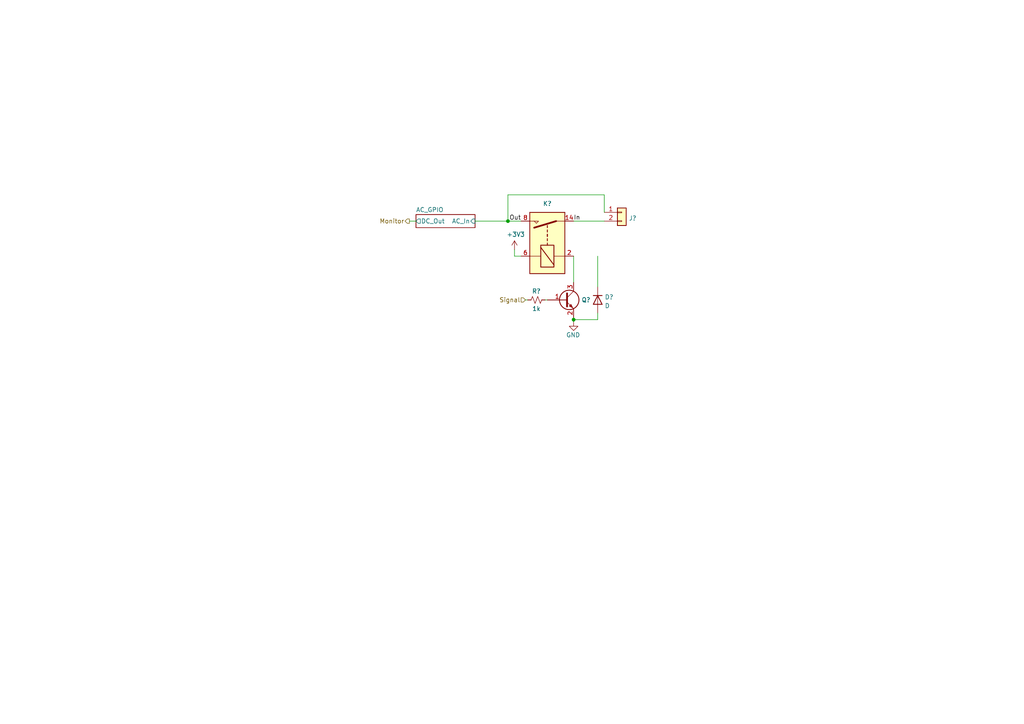
<source format=kicad_sch>
(kicad_sch (version 20211123) (generator eeschema)
  (paper "A4")
  (lib_symbols
    (symbol "Connector_Generic:Conn_01x02" (pin_names (offset 1.016) hide)
      (property "Reference" "J" (at 0 2.54 0))
      (property "Value" "Conn_01x02" (at 0 -5.08 0))
      (symbol "Conn_01x02_1_1"
        (rectangle (start -1.27 -2.413) (end 0 -2.667) (stroke (width 0.1524)))
        (rectangle (start -1.27 0.127) (end 0 -0.127) (stroke (width 0.1524)))
        (rectangle (start -1.27 1.27) (end 1.27 -3.81) (stroke (width 0.254)) (fill (type background)))
        (pin passive line (at -5.08 0 0) (length 3.81) (name "Pin_1") (number "1"))
        (pin passive line (at -5.08 -2.54 0) (length 3.81) (name "Pin_2") (number "2"))
      )
    )
    (symbol "Device:D" (pin_numbers hide) (pin_names (offset 1.016) hide)
      (property "Reference" "D" (at 0 2.54 0))
      (property "Value" "D" (at 0 -2.54 0))
      (symbol "D_0_1"
        (polyline (pts (xy -1.27 1.27) (xy -1.27 -1.27)) (stroke (width 0.254)))
        (polyline (pts (xy 1.27 0) (xy -1.27 0)))
        (polyline (pts (xy 1.27 1.27) (xy 1.27 -1.27) (xy -1.27 0) (xy 1.27 1.27)) (stroke (width 0.254)))
      )
      (symbol "D_1_1"
        (pin passive line (at -3.81 0 0) (length 2.54) (name "K") (number "1"))
        (pin passive line (at 3.81 0 180) (length 2.54) (name "A") (number "2"))
      )
    )
    (symbol "Device:R_Small_US" (pin_numbers hide) (pin_names (offset 0.254) hide)
      (property "Reference" "R" (at 0.762 0.508 0))
      (property "Value" "R_Small_US" (at 0.762 -1.016 0))
      (symbol "R_Small_US_1_1"
        (polyline (pts (xy 0 0) (xy 1.016 -0.381) (xy 0 -0.762) (xy -1.016 -1.143) (xy 0 -1.524)))
        (polyline (pts (xy 0 1.524) (xy 1.016 1.143) (xy 0 0.762) (xy -1.016 0.381) (xy 0 0)))
        (pin passive line (at 0 2.54 270) (length 1.016) (name "~") (number "1"))
        (pin passive line (at 0 -2.54 90) (length 1.016) (name "~") (number "2"))
      )
    )
    (symbol "TempControl-rescue:Relay_DIPxx-1Axx-13x" (pin_names (offset 1.016))
      (property "Reference" "K" (at 8.89 3.81 0))
      (property "Value" "Relay_DIPxx-1Axx-13x" (at 8.89 1.27 0))
      (symbol "Relay_DIPxx-1Axx-13x_0_0"
        (polyline (pts (xy 5.08 3.81) (xy 5.08 5.08)))
        (polyline (pts (xy 5.08 3.81) (xy 5.08 2.54) (xy 4.445 3.175) (xy 5.08 3.81)))
      )
      (symbol "Relay_DIPxx-1Axx-13x_0_1"
        (rectangle (start -10.16 5.08) (end 7.62 -5.08) (stroke (width 0.254)) (fill (type background)))
        (rectangle (start -8.255 1.905) (end -1.905 -1.905) (stroke (width 0.254)))
        (polyline (pts (xy -7.62 -1.905) (xy -2.54 1.905)) (stroke (width 0.254)))
        (polyline (pts (xy -5.08 -5.08) (xy -5.08 -1.905)))
        (polyline (pts (xy -5.08 5.08) (xy -5.08 1.905)))
        (polyline (pts (xy -1.905 0) (xy -1.27 0)) (stroke (width 0.254)))
        (polyline (pts (xy -0.635 0) (xy 0 0)) (stroke (width 0.254)))
        (polyline (pts (xy 0.635 0) (xy 1.27 0)) (stroke (width 0.254)))
        (polyline (pts (xy 0.635 0) (xy 1.27 0)) (stroke (width 0.254)))
        (polyline (pts (xy 1.905 0) (xy 2.54 0)) (stroke (width 0.254)))
        (polyline (pts (xy 3.175 0) (xy 3.81 0)) (stroke (width 0.254)))
        (polyline (pts (xy 5.08 -2.54) (xy 3.175 3.81)) (stroke (width 0.508)))
        (polyline (pts (xy 5.08 -2.54) (xy 5.08 -5.08)))
      )
      (symbol "Relay_DIPxx-1Axx-13x_1_1"
        (pin passive line (at 5.08 -7.62 90) (length 2.54) (name "~") (number "14"))
        (pin passive line (at -5.08 -7.62 90) (length 2.54) (name "~") (number "2"))
        (pin passive line (at -5.08 7.62 270) (length 2.54) (name "~") (number "6"))
        (pin passive line (at 5.08 7.62 270) (length 2.54) (name "~") (number "8"))
      )
    )
    (symbol "TempControl-rescue:Transistor_BJT_2N3055" (pin_names (offset 0) hide)
      (property "Reference" "Q" (at 5.08 1.905 0))
      (property "Value" "Transistor_BJT_2N3055" (at 5.08 0 0))
      (symbol "Transistor_BJT_2N3055_0_1"
        (polyline (pts (xy 0.635 0.635) (xy 2.54 2.54)))
        (polyline (pts (xy 0.635 -0.635) (xy 2.54 -2.54) (xy 2.54 -2.54)))
        (polyline (pts (xy 0.635 1.905) (xy 0.635 -1.905) (xy 0.635 -1.905)) (stroke (width 0.508)))
        (polyline (pts (xy 1.27 -1.778) (xy 1.778 -1.27) (xy 2.286 -2.286) (xy 1.27 -1.778) (xy 1.27 -1.778)) (fill (type outline)))
        (circle (center 1.27 0) (radius 2.8194) (stroke (width 0.254)))
      )
      (symbol "Transistor_BJT_2N3055_1_1"
        (pin input line (at -5.08 0 0) (length 5.715) (name "B") (number "1"))
        (pin passive line (at 2.54 -5.08 90) (length 2.54) (name "E") (number "2"))
        (pin passive line (at 2.54 5.08 270) (length 2.54) (name "C") (number "3"))
      )
    )
    (symbol "TempControl-rescue:power_+3V3" (power) (pin_names (offset 0))
      (property "Value" "power_+3V3" (at 0 3.556 0))
      (symbol "power_+3V3_0_1"
        (polyline (pts (xy -0.762 1.27) (xy 0 2.54)))
        (polyline (pts (xy 0 0) (xy 0 2.54)))
        (polyline (pts (xy 0 2.54) (xy 0.762 1.27)))
      )
      (symbol "power_+3V3_1_1"
        (pin power_in line (at 0 0 90) (length 0) hide (name "+3V3") (number "1"))
      )
    )
    (symbol "TempControl-rescue:power_GND" (power) (pin_names (offset 0))
      (property "Value" "power_GND" (at 0 -3.81 0))
      (symbol "power_GND_0_1"
        (polyline (pts (xy 0 0) (xy 0 -1.27) (xy 1.27 -1.27) (xy 0 -2.54) (xy -1.27 -1.27) (xy 0 -1.27)))
      )
      (symbol "power_GND_1_1"
        (pin power_in line (at 0 0 270) (length 0) hide (name "GND") (number "1"))
      )
    )
  )
  (junction (at 147.32 64.135))
  (junction (at 166.37 92.71))
  (wire (pts (xy 173.355 90.805) (xy 173.355 92.71)))
  (wire (pts (xy 158.115 86.995) (xy 158.75 86.995)))
  (wire (pts (xy 147.32 56.515) (xy 147.32 64.135)))
  (wire (pts (xy 166.37 74.295) (xy 166.37 81.915)))
  (wire (pts (xy 147.32 56.515) (xy 175.26 56.515)))
  (wire (pts (xy 118.745 64.135) (xy 120.65 64.135)))
  (wire (pts (xy 175.26 56.515) (xy 175.26 61.595)))
  (wire (pts (xy 166.37 64.135) (xy 175.26 64.135)))
  (wire (pts (xy 147.32 64.135) (xy 151.13 64.135)))
  (wire (pts (xy 166.37 92.71) (xy 166.37 92.075)))
  (wire (pts (xy 173.355 83.185) (xy 173.355 74.295)))
  (wire (pts (xy 152.4 86.995) (xy 153.035 86.995)))
  (wire (pts (xy 149.225 72.39) (xy 149.225 74.295)))
  (wire (pts (xy 173.355 92.71) (xy 166.37 92.71)))
  (wire (pts (xy 137.795 64.135) (xy 147.32 64.135)))
  (wire (pts (xy 166.37 93.345) (xy 166.37 92.71)))
  (wire (pts (xy 149.225 74.295) (xy 151.13 74.295)))
  (label "In" (at 166.37 64.135 0))
  (label "Out" (at 151.13 64.135 180))
  (hierarchical_label "Monitor" (shape output) (at 118.745 64.135 180))
  (hierarchical_label "Signal" (shape input) (at 152.4 86.995 180))
  (symbol (lib_id "TempControl-rescue:power_GND") (at 166.37 93.345 0) (unit 1)
    (property "Reference" "#PWR?" (effects hide))
    (property "Value" "GND" (at 168.275 97.155 0) (effects (justify right)))
  )
  (symbol (lib_id "TempControl-rescue:Transistor_BJT_2N3055") (at 163.83 86.995 0) (unit 1)
    (property "Reference" "Q?" (at 168.656 86.995 0) (effects (justify left)))
    (property "Value" "MMBTA13L?" (effects hide))
    (property "Footprint" "Package_TO_SOT_SMD:SOT-23" (effects hide))
  )
  (symbol (lib_id "Device:D") (at 173.355 86.995 270) (unit 1)
    (property "Reference" "D?" (at 175.387 86.1603 90) (effects (justify left)))
    (property "Value" "D" (at 175.387 88.6972 90) (effects (justify left)))
  )
  (symbol (lib_id "Connector_Generic:Conn_01x02") (at 180.34 61.595 0) (unit 1)
    (property "Reference" "J?" (at 182.372 63.2988 0) (effects (justify left)))
    (property "Value" "Conn_01x02" (effects hide))
  )
  (symbol (lib_id "TempControl-rescue:Relay_DIPxx-1Axx-13x") (at 158.75 69.215 90) (unit 1)
    (property "Reference" "K?" (at 158.75 59.055 90))
    (property "Value" "DIPxx-1Axx-13x" (effects hide))
    (property "Footprint" "lib:OZ-SS-103LM1,200" (effects hide))
    (property "Part Number Digikey" "PB2117-ND" (effects hide))
    (property "Part Number Manufacturer" "OZ-SS-103LM1.200" (effects hide))
    (property "Manufacturer" "TE" (effects hide))
  )
  (symbol (lib_id "TempControl-rescue:power_+3V3") (at 149.225 72.39 0) (unit 1)
    (property "Reference" "#PWR?" (effects hide))
    (property "Value" "+3V3" (at 149.606 67.9958 0))
  )
  (symbol (lib_id "Device:R_Small_US") (at 155.575 86.995 90) (unit 1)
    (property "Reference" "R?" (at 155.575 84.455 90))
    (property "Value" "1k" (at 155.575 89.535 90))
    (property "Footprint" "Resistor_SMD:R_0805_2012Metric" (effects hide))
  )
  (sheet (at 120.65 62.23) (size 17.145 3.81) (stroke (width 0.1524))
    (property "Sheet name" "AC_GPIO" (at 120.65 61.595 0) (effects (justify left bottom)))
    (property "Sheet file" "ac_gpio.kicad_sch" (effects hide))
    (pin "DC_Out" output (at 120.65 64.135 180))
    (pin "AC_In" input (at 137.795 64.135 0))
  )
)
</source>
